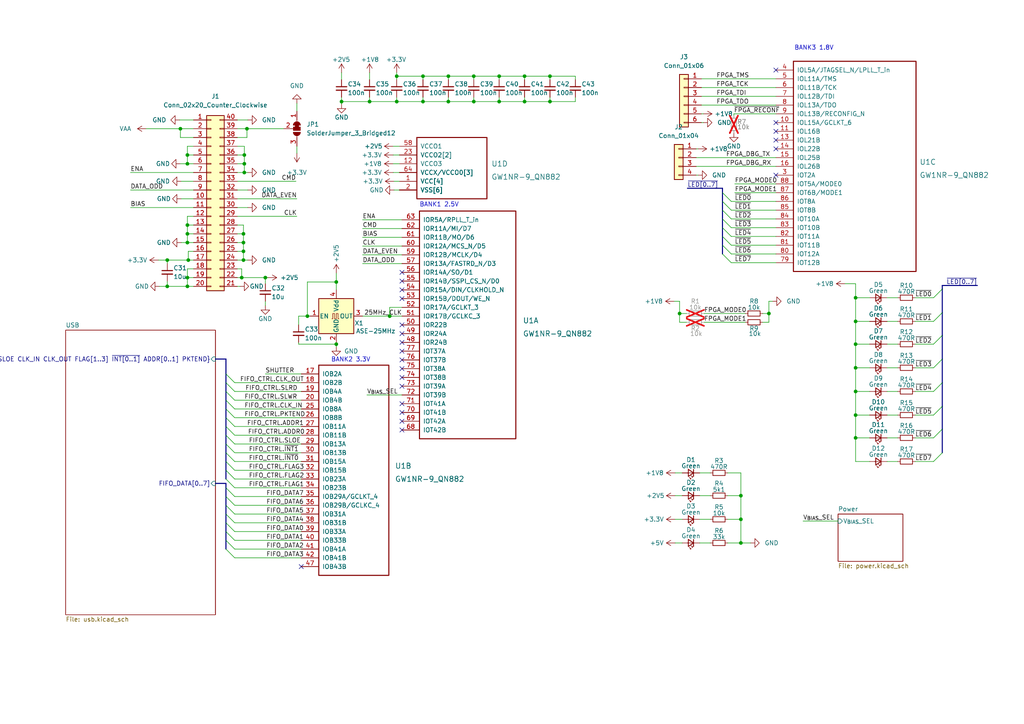
<source format=kicad_sch>
(kicad_sch (version 20230121) (generator eeschema)
  (paper "A4")
  (junction (at 248.158 127))
  (junction (at 115.062 22.098))
  (junction (at 248.158 120.396))
  (junction (at 54.356 65.278))
  (junction (at 70.612 72.898))
  (junction (at 99.06 29.464))
  (junction (at 214.884 150.622))
  (junction (at 70.612 67.818))
  (junction (at 54.61 75.438))
  (junction (at 248.158 86.36))
  (junction (at 70.612 70.358))
  (junction (at 122.682 29.464))
  (junction (at 52.324 37.338))
  (junction (at 54.356 44.958))
  (junction (at 70.612 75.438))
  (junction (at 130.048 22.098))
  (junction (at 248.158 93.218))
  (junction (at 113.03 91.694))
  (junction (at 248.158 99.822))
  (junction (at 214.884 157.48))
  (junction (at 152.146 29.464))
  (junction (at 54.356 80.518))
  (junction (at 70.866 44.958))
  (junction (at 54.356 83.058))
  (junction (at 137.414 22.098))
  (junction (at 159.512 29.464))
  (junction (at 223.012 90.932))
  (junction (at 107.188 29.464))
  (junction (at 54.356 70.358))
  (junction (at 54.356 67.818))
  (junction (at 144.78 22.098))
  (junction (at 115.062 29.464))
  (junction (at 122.682 22.098))
  (junction (at 70.104 80.518))
  (junction (at 54.356 47.498))
  (junction (at 137.414 29.464))
  (junction (at 248.158 106.68))
  (junction (at 89.154 91.694))
  (junction (at 144.78 29.464))
  (junction (at 248.158 113.538))
  (junction (at 214.884 143.764))
  (junction (at 70.866 50.038))
  (junction (at 71.628 37.338))
  (junction (at 70.866 47.498))
  (junction (at 97.536 81.788))
  (junction (at 48.514 83.058))
  (junction (at 152.146 22.098))
  (junction (at 48.514 75.438))
  (junction (at 76.962 80.518))
  (junction (at 159.512 22.098))
  (junction (at 197.104 90.932))
  (junction (at 130.048 29.464))
  (junction (at 97.536 99.822))
  (no_connect (at 116.586 122.174))
  (no_connect (at 116.586 106.934))
  (no_connect (at 116.586 94.234))
  (no_connect (at 116.586 117.094))
  (no_connect (at 225.044 38.1))
  (no_connect (at 116.586 84.074))
  (no_connect (at 116.586 104.394))
  (no_connect (at 116.586 81.534))
  (no_connect (at 116.586 96.774))
  (no_connect (at 116.586 109.474))
  (no_connect (at 116.586 119.634))
  (no_connect (at 225.044 35.56))
  (no_connect (at 116.586 101.854))
  (no_connect (at 116.586 124.714))
  (no_connect (at 116.586 86.614))
  (no_connect (at 116.586 99.314))
  (no_connect (at 87.376 164.338))
  (no_connect (at 225.044 50.8))
  (no_connect (at 225.044 40.64))
  (no_connect (at 116.586 112.014))
  (no_connect (at 225.044 20.32))
  (no_connect (at 225.044 43.18))
  (no_connect (at 116.586 78.994))
  (bus_entry (at 273.304 97.282) (size -2.54 2.54))
  (bus_entry (at 65.532 156.718) (size 2.54 2.54))
  (bus_entry (at 273.304 104.14) (size -2.54 2.54))
  (bus_entry (at 209.55 68.58) (size 2.54 2.54))
  (bus_entry (at 273.304 124.46) (size -2.54 2.54))
  (bus_entry (at 65.532 159.258) (size 2.54 2.54))
  (bus_entry (at 209.55 71.12) (size 2.54 2.54))
  (bus_entry (at 65.532 123.698) (size 2.54 2.54))
  (bus_entry (at 65.532 116.078) (size 2.54 2.54))
  (bus_entry (at 65.532 128.778) (size 2.54 2.54))
  (bus_entry (at 273.304 131.318) (size -2.54 2.54))
  (bus_entry (at 273.304 110.998) (size -2.54 2.54))
  (bus_entry (at 65.532 118.618) (size 2.54 2.54))
  (bus_entry (at 209.55 58.42) (size 2.54 2.54))
  (bus_entry (at 65.532 133.858) (size 2.54 2.54))
  (bus_entry (at 65.532 113.538) (size 2.54 2.54))
  (bus_entry (at 65.532 136.398) (size 2.54 2.54))
  (bus_entry (at 65.532 154.178) (size 2.54 2.54))
  (bus_entry (at 209.55 73.66) (size 2.54 2.54))
  (bus_entry (at 65.532 121.158) (size 2.54 2.54))
  (bus_entry (at 65.532 126.238) (size 2.54 2.54))
  (bus_entry (at 65.532 141.478) (size 2.54 2.54))
  (bus_entry (at 273.304 83.82) (size -2.54 2.54))
  (bus_entry (at 65.532 108.458) (size 2.54 2.54))
  (bus_entry (at 65.532 131.318) (size 2.54 2.54))
  (bus_entry (at 65.532 138.938) (size 2.54 2.54))
  (bus_entry (at 209.55 55.88) (size 2.54 2.54))
  (bus_entry (at 65.532 149.098) (size 2.54 2.54))
  (bus_entry (at 65.532 146.558) (size 2.54 2.54))
  (bus_entry (at 209.55 63.5) (size 2.54 2.54))
  (bus_entry (at 273.304 117.856) (size -2.54 2.54))
  (bus_entry (at 65.532 144.018) (size 2.54 2.54))
  (bus_entry (at 273.304 90.678) (size -2.54 2.54))
  (bus_entry (at 65.532 151.638) (size 2.54 2.54))
  (bus_entry (at 209.55 60.96) (size 2.54 2.54))
  (bus_entry (at 209.55 66.04) (size 2.54 2.54))
  (bus_entry (at 65.532 110.998) (size 2.54 2.54))
  (wire (pts (xy 248.158 106.68) (xy 248.158 113.538)))
  (wire (pts (xy 144.78 22.098) (xy 152.146 22.098)))
  (wire (pts (xy 68.072 161.798) (xy 87.376 161.798)))
  (wire (pts (xy 211.074 137.16) (xy 214.884 137.16)))
  (wire (pts (xy 204.216 90.932) (xy 216.154 90.932)))
  (wire (pts (xy 68.072 138.938) (xy 87.376 138.938)))
  (wire (pts (xy 248.158 106.68) (xy 252.222 106.68)))
  (wire (pts (xy 105.156 71.374) (xy 116.586 71.374)))
  (wire (pts (xy 114.3 55.118) (xy 115.824 55.118)))
  (wire (pts (xy 68.834 34.798) (xy 71.882 34.798)))
  (wire (pts (xy 248.158 86.36) (xy 248.158 93.218)))
  (wire (pts (xy 68.834 57.658) (xy 86.106 57.658)))
  (wire (pts (xy 257.302 113.538) (xy 260.35 113.538)))
  (bus (pts (xy 65.532 104.14) (xy 65.532 108.458)))
  (wire (pts (xy 105.156 73.914) (xy 116.586 73.914)))
  (wire (pts (xy 265.43 127) (xy 270.764 127)))
  (wire (pts (xy 70.866 42.418) (xy 70.866 44.958)))
  (wire (pts (xy 144.78 29.464) (xy 152.146 29.464)))
  (wire (pts (xy 265.43 133.858) (xy 270.764 133.858)))
  (wire (pts (xy 54.356 70.358) (xy 56.134 70.358)))
  (wire (pts (xy 54.61 75.438) (xy 56.134 75.438)))
  (wire (pts (xy 105.156 68.834) (xy 116.586 68.834)))
  (wire (pts (xy 152.146 22.098) (xy 152.146 23.114)))
  (wire (pts (xy 248.158 127) (xy 252.222 127)))
  (wire (pts (xy 152.146 29.464) (xy 159.512 29.464)))
  (wire (pts (xy 68.834 39.878) (xy 71.628 39.878)))
  (wire (pts (xy 37.846 50.038) (xy 56.134 50.038)))
  (wire (pts (xy 257.302 93.218) (xy 260.35 93.218)))
  (bus (pts (xy 209.55 66.04) (xy 209.55 68.58)))
  (wire (pts (xy 71.628 37.338) (xy 82.296 37.338)))
  (bus (pts (xy 65.532 126.238) (xy 65.532 128.778)))
  (wire (pts (xy 248.158 113.538) (xy 248.158 120.396)))
  (wire (pts (xy 89.154 91.694) (xy 89.916 91.694)))
  (wire (pts (xy 195.834 137.16) (xy 197.866 137.16)))
  (wire (pts (xy 70.866 44.958) (xy 70.866 47.498)))
  (bus (pts (xy 65.532 113.538) (xy 65.532 116.078)))
  (wire (pts (xy 68.072 159.258) (xy 87.376 159.258)))
  (wire (pts (xy 54.356 44.958) (xy 56.134 44.958)))
  (wire (pts (xy 89.154 91.694) (xy 86.614 91.694)))
  (wire (pts (xy 68.834 75.438) (xy 70.612 75.438)))
  (wire (pts (xy 212.852 33.02) (xy 225.044 33.02)))
  (wire (pts (xy 195.834 150.622) (xy 197.866 150.622)))
  (wire (pts (xy 68.834 67.818) (xy 70.612 67.818)))
  (wire (pts (xy 68.072 110.998) (xy 87.376 110.998)))
  (bus (pts (xy 209.55 54.61) (xy 199.39 54.61)))
  (wire (pts (xy 113.03 89.154) (xy 113.03 91.694)))
  (wire (pts (xy 214.884 137.16) (xy 214.884 143.764)))
  (wire (pts (xy 68.072 113.538) (xy 87.376 113.538)))
  (wire (pts (xy 97.536 99.822) (xy 97.536 100.584)))
  (wire (pts (xy 107.188 21.082) (xy 107.188 23.114)))
  (wire (pts (xy 248.158 120.396) (xy 248.158 127)))
  (wire (pts (xy 71.628 37.338) (xy 68.834 37.338)))
  (wire (pts (xy 99.06 29.464) (xy 99.06 30.226)))
  (wire (pts (xy 37.846 55.118) (xy 56.134 55.118)))
  (wire (pts (xy 213.106 55.88) (xy 225.044 55.88)))
  (wire (pts (xy 130.048 22.098) (xy 137.414 22.098)))
  (bus (pts (xy 62.484 140.208) (xy 65.532 140.208)))
  (wire (pts (xy 203.454 22.86) (xy 225.044 22.86)))
  (wire (pts (xy 37.846 60.198) (xy 56.134 60.198)))
  (wire (pts (xy 68.834 62.738) (xy 86.106 62.738)))
  (wire (pts (xy 212.852 33.02) (xy 212.852 33.528)))
  (wire (pts (xy 137.414 29.464) (xy 144.78 29.464)))
  (bus (pts (xy 65.532 131.318) (xy 65.532 133.858)))
  (wire (pts (xy 70.104 80.518) (xy 76.962 80.518)))
  (wire (pts (xy 115.062 28.194) (xy 115.062 29.464)))
  (wire (pts (xy 114.046 44.958) (xy 115.824 44.958)))
  (wire (pts (xy 212.09 60.96) (xy 225.044 60.96)))
  (wire (pts (xy 70.612 72.898) (xy 70.612 75.438)))
  (wire (pts (xy 54.61 72.898) (xy 54.61 75.438)))
  (wire (pts (xy 137.414 22.098) (xy 137.414 23.114)))
  (wire (pts (xy 52.324 47.498) (xy 54.356 47.498)))
  (wire (pts (xy 97.536 99.314) (xy 97.536 99.822)))
  (wire (pts (xy 248.158 120.396) (xy 252.222 120.396)))
  (wire (pts (xy 68.072 118.618) (xy 87.376 118.618)))
  (wire (pts (xy 202.946 150.622) (xy 205.994 150.622)))
  (wire (pts (xy 204.216 93.472) (xy 216.154 93.472)))
  (bus (pts (xy 273.304 97.282) (xy 273.304 104.14)))
  (wire (pts (xy 265.43 113.538) (xy 270.764 113.538)))
  (wire (pts (xy 248.158 93.218) (xy 248.158 99.822)))
  (wire (pts (xy 202.946 143.764) (xy 205.994 143.764)))
  (bus (pts (xy 273.304 82.804) (xy 283.464 82.804)))
  (wire (pts (xy 166.878 28.194) (xy 166.878 29.464)))
  (bus (pts (xy 65.532 121.158) (xy 65.532 123.698)))
  (wire (pts (xy 257.302 133.858) (xy 260.35 133.858)))
  (wire (pts (xy 137.414 28.194) (xy 137.414 29.464)))
  (wire (pts (xy 70.612 65.278) (xy 70.612 67.818)))
  (wire (pts (xy 214.884 150.622) (xy 214.884 157.48)))
  (wire (pts (xy 68.072 133.858) (xy 87.376 133.858)))
  (wire (pts (xy 197.104 93.472) (xy 197.104 90.932)))
  (wire (pts (xy 115.062 22.098) (xy 122.682 22.098)))
  (wire (pts (xy 76.962 80.518) (xy 77.724 80.518)))
  (wire (pts (xy 223.012 87.376) (xy 224.028 87.376)))
  (wire (pts (xy 211.074 150.622) (xy 214.884 150.622)))
  (bus (pts (xy 65.532 154.178) (xy 65.532 156.718)))
  (wire (pts (xy 115.062 29.464) (xy 122.682 29.464)))
  (wire (pts (xy 248.158 133.858) (xy 252.222 133.858)))
  (bus (pts (xy 65.532 133.858) (xy 65.532 136.398)))
  (wire (pts (xy 68.072 151.638) (xy 87.376 151.638)))
  (wire (pts (xy 54.356 62.738) (xy 56.134 62.738)))
  (wire (pts (xy 114.046 42.418) (xy 115.824 42.418)))
  (wire (pts (xy 105.156 76.454) (xy 116.586 76.454)))
  (wire (pts (xy 68.834 65.278) (xy 70.612 65.278)))
  (wire (pts (xy 68.834 72.898) (xy 70.612 72.898)))
  (wire (pts (xy 56.134 42.418) (xy 54.356 42.418)))
  (bus (pts (xy 273.304 124.46) (xy 273.304 131.318)))
  (bus (pts (xy 273.304 83.82) (xy 273.304 90.678)))
  (wire (pts (xy 113.03 91.694) (xy 116.586 91.694)))
  (bus (pts (xy 65.532 136.398) (xy 65.532 138.938)))
  (wire (pts (xy 115.062 22.098) (xy 115.062 23.114)))
  (wire (pts (xy 248.158 99.822) (xy 252.222 99.822)))
  (wire (pts (xy 48.514 75.438) (xy 54.61 75.438)))
  (wire (pts (xy 203.454 25.4) (xy 225.044 25.4)))
  (wire (pts (xy 68.834 47.498) (xy 70.866 47.498)))
  (wire (pts (xy 122.682 29.464) (xy 130.048 29.464)))
  (wire (pts (xy 223.012 93.472) (xy 223.012 90.932)))
  (bus (pts (xy 65.532 156.718) (xy 65.532 159.258)))
  (wire (pts (xy 159.512 22.098) (xy 159.512 23.114)))
  (wire (pts (xy 52.324 37.338) (xy 56.134 37.338)))
  (bus (pts (xy 65.532 146.558) (xy 65.532 149.098)))
  (wire (pts (xy 195.834 143.764) (xy 197.866 143.764)))
  (bus (pts (xy 209.55 58.42) (xy 209.55 60.96)))
  (bus (pts (xy 62.484 104.14) (xy 65.532 104.14)))
  (wire (pts (xy 68.834 55.118) (xy 71.882 55.118)))
  (wire (pts (xy 99.06 29.464) (xy 107.188 29.464)))
  (wire (pts (xy 211.074 143.764) (xy 214.884 143.764)))
  (wire (pts (xy 54.356 65.278) (xy 56.134 65.278)))
  (wire (pts (xy 70.866 50.038) (xy 71.882 50.038)))
  (wire (pts (xy 221.234 90.932) (xy 223.012 90.932)))
  (wire (pts (xy 42.418 37.338) (xy 52.324 37.338)))
  (wire (pts (xy 105.156 91.694) (xy 113.03 91.694)))
  (wire (pts (xy 68.072 141.478) (xy 87.376 141.478)))
  (wire (pts (xy 248.158 82.296) (xy 248.158 86.36)))
  (bus (pts (xy 209.55 55.88) (xy 209.55 58.42)))
  (wire (pts (xy 107.188 28.194) (xy 107.188 29.464)))
  (bus (pts (xy 65.532 118.618) (xy 65.532 121.158)))
  (bus (pts (xy 65.532 110.998) (xy 65.532 113.538)))
  (wire (pts (xy 114.046 47.498) (xy 115.824 47.498)))
  (wire (pts (xy 265.43 99.822) (xy 270.764 99.822)))
  (wire (pts (xy 214.884 143.764) (xy 214.884 150.622)))
  (wire (pts (xy 265.43 120.396) (xy 270.764 120.396)))
  (wire (pts (xy 265.43 93.218) (xy 270.764 93.218)))
  (bus (pts (xy 65.532 140.208) (xy 65.532 141.478)))
  (wire (pts (xy 116.586 89.154) (xy 113.03 89.154)))
  (wire (pts (xy 257.302 106.68) (xy 260.35 106.68)))
  (bus (pts (xy 65.532 141.478) (xy 65.532 144.018)))
  (wire (pts (xy 71.628 39.878) (xy 71.628 37.338)))
  (wire (pts (xy 68.072 146.558) (xy 87.376 146.558)))
  (bus (pts (xy 209.55 63.5) (xy 209.55 66.04)))
  (wire (pts (xy 106.426 114.554) (xy 116.586 114.554)))
  (wire (pts (xy 54.356 44.958) (xy 54.356 47.498)))
  (wire (pts (xy 213.106 53.34) (xy 225.044 53.34)))
  (wire (pts (xy 212.09 71.12) (xy 225.044 71.12)))
  (wire (pts (xy 46.228 83.058) (xy 48.514 83.058)))
  (wire (pts (xy 197.104 90.932) (xy 197.104 87.376)))
  (wire (pts (xy 68.834 60.198) (xy 71.882 60.198)))
  (wire (pts (xy 265.43 86.36) (xy 270.764 86.36)))
  (wire (pts (xy 212.09 76.2) (xy 225.044 76.2)))
  (wire (pts (xy 159.512 22.098) (xy 166.878 22.098)))
  (bus (pts (xy 273.304 110.998) (xy 273.304 117.856)))
  (wire (pts (xy 212.09 68.58) (xy 225.044 68.58)))
  (wire (pts (xy 248.158 86.36) (xy 252.222 86.36)))
  (bus (pts (xy 209.55 54.61) (xy 209.55 55.88)))
  (wire (pts (xy 203.454 35.56) (xy 203.962 35.56)))
  (wire (pts (xy 152.146 28.194) (xy 152.146 29.464)))
  (wire (pts (xy 197.104 90.932) (xy 199.136 90.932)))
  (wire (pts (xy 54.356 67.818) (xy 54.356 70.358)))
  (wire (pts (xy 248.158 93.218) (xy 252.222 93.218)))
  (bus (pts (xy 65.532 149.098) (xy 65.532 151.638)))
  (wire (pts (xy 201.93 48.26) (xy 225.044 48.26)))
  (wire (pts (xy 257.302 120.396) (xy 260.35 120.396)))
  (wire (pts (xy 221.234 93.472) (xy 223.012 93.472)))
  (wire (pts (xy 86.614 99.822) (xy 86.614 99.314)))
  (wire (pts (xy 68.834 52.578) (xy 85.852 52.578)))
  (wire (pts (xy 68.072 136.398) (xy 87.376 136.398)))
  (bus (pts (xy 209.55 68.58) (xy 209.55 71.12)))
  (wire (pts (xy 54.356 83.058) (xy 56.134 83.058)))
  (bus (pts (xy 209.55 71.12) (xy 209.55 73.66)))
  (bus (pts (xy 209.55 60.96) (xy 209.55 63.5)))
  (wire (pts (xy 201.93 50.8) (xy 202.438 50.8)))
  (wire (pts (xy 115.062 21.082) (xy 115.062 22.098)))
  (wire (pts (xy 54.356 65.278) (xy 54.356 67.818)))
  (bus (pts (xy 65.532 144.018) (xy 65.532 146.558)))
  (wire (pts (xy 107.188 29.464) (xy 115.062 29.464)))
  (wire (pts (xy 214.884 157.48) (xy 217.678 157.48)))
  (wire (pts (xy 68.834 42.418) (xy 70.866 42.418)))
  (wire (pts (xy 76.962 80.518) (xy 76.962 82.296)))
  (wire (pts (xy 56.134 39.878) (xy 52.324 39.878)))
  (wire (pts (xy 159.512 28.194) (xy 159.512 29.464)))
  (bus (pts (xy 273.304 82.804) (xy 273.304 83.82)))
  (wire (pts (xy 68.072 144.018) (xy 87.376 144.018)))
  (wire (pts (xy 122.682 22.098) (xy 122.682 23.114)))
  (bus (pts (xy 273.304 104.14) (xy 273.304 110.998)))
  (wire (pts (xy 86.614 91.694) (xy 86.614 94.234)))
  (wire (pts (xy 86.106 29.972) (xy 86.106 32.258)))
  (wire (pts (xy 99.06 28.194) (xy 99.06 29.464)))
  (wire (pts (xy 202.946 157.48) (xy 205.994 157.48)))
  (wire (pts (xy 97.536 79.248) (xy 97.536 81.788)))
  (wire (pts (xy 232.918 151.13) (xy 243.078 151.13)))
  (wire (pts (xy 201.93 43.18) (xy 202.438 43.18)))
  (wire (pts (xy 52.578 52.578) (xy 56.134 52.578)))
  (wire (pts (xy 97.536 99.822) (xy 86.614 99.822)))
  (wire (pts (xy 197.104 87.376) (xy 195.58 87.376)))
  (wire (pts (xy 202.946 137.16) (xy 205.994 137.16)))
  (wire (pts (xy 48.514 81.534) (xy 48.514 83.058)))
  (wire (pts (xy 48.514 75.438) (xy 48.514 76.454)))
  (wire (pts (xy 68.834 83.058) (xy 69.596 83.058)))
  (wire (pts (xy 199.136 93.472) (xy 197.104 93.472)))
  (bus (pts (xy 65.532 128.778) (xy 65.532 131.318)))
  (wire (pts (xy 105.156 63.754) (xy 116.586 63.754)))
  (wire (pts (xy 203.454 27.94) (xy 225.044 27.94)))
  (wire (pts (xy 54.356 77.978) (xy 54.356 80.518)))
  (wire (pts (xy 70.612 70.358) (xy 70.612 72.898)))
  (bus (pts (xy 65.532 123.698) (xy 65.532 126.238)))
  (wire (pts (xy 54.356 67.818) (xy 56.134 67.818)))
  (wire (pts (xy 68.072 156.718) (xy 87.376 156.718)))
  (wire (pts (xy 137.414 22.098) (xy 144.78 22.098)))
  (wire (pts (xy 257.302 86.36) (xy 260.35 86.36)))
  (wire (pts (xy 212.09 73.66) (xy 225.044 73.66)))
  (wire (pts (xy 203.454 30.48) (xy 225.044 30.48)))
  (wire (pts (xy 68.834 70.358) (xy 70.612 70.358)))
  (wire (pts (xy 52.578 57.658) (xy 56.134 57.658)))
  (wire (pts (xy 52.578 70.358) (xy 54.356 70.358)))
  (wire (pts (xy 48.514 83.058) (xy 54.356 83.058)))
  (bus (pts (xy 65.532 116.078) (xy 65.532 118.618)))
  (wire (pts (xy 105.156 66.294) (xy 116.586 66.294)))
  (wire (pts (xy 68.072 116.078) (xy 87.376 116.078)))
  (wire (pts (xy 144.78 28.194) (xy 144.78 29.464)))
  (wire (pts (xy 166.878 22.098) (xy 166.878 23.114)))
  (wire (pts (xy 54.356 80.518) (xy 56.134 80.518)))
  (wire (pts (xy 152.146 22.098) (xy 159.512 22.098)))
  (wire (pts (xy 54.356 62.738) (xy 54.356 65.278)))
  (wire (pts (xy 248.158 127) (xy 248.158 133.858)))
  (wire (pts (xy 45.974 75.438) (xy 48.514 75.438)))
  (bus (pts (xy 273.304 117.856) (xy 273.304 124.46)))
  (wire (pts (xy 211.074 157.48) (xy 214.884 157.48)))
  (wire (pts (xy 68.834 44.958) (xy 70.866 44.958)))
  (wire (pts (xy 70.612 67.818) (xy 70.612 70.358)))
  (wire (pts (xy 68.072 123.698) (xy 87.376 123.698)))
  (wire (pts (xy 54.356 47.498) (xy 56.134 47.498)))
  (bus (pts (xy 65.532 151.638) (xy 65.532 154.178)))
  (bus (pts (xy 273.304 90.678) (xy 273.304 97.282)))
  (wire (pts (xy 68.834 77.978) (xy 70.104 77.978)))
  (wire (pts (xy 70.104 77.978) (xy 70.104 80.518)))
  (wire (pts (xy 68.834 50.038) (xy 70.866 50.038)))
  (wire (pts (xy 68.072 121.158) (xy 87.376 121.158)))
  (wire (pts (xy 257.302 99.822) (xy 260.35 99.822)))
  (wire (pts (xy 212.09 63.5) (xy 225.044 63.5)))
  (wire (pts (xy 212.09 66.04) (xy 225.044 66.04)))
  (wire (pts (xy 203.454 33.02) (xy 203.962 33.02)))
  (wire (pts (xy 122.682 22.098) (xy 130.048 22.098)))
  (wire (pts (xy 68.072 131.318) (xy 87.376 131.318)))
  (wire (pts (xy 97.536 81.788) (xy 89.154 81.788)))
  (wire (pts (xy 212.09 58.42) (xy 225.044 58.42)))
  (wire (pts (xy 144.78 22.098) (xy 144.78 23.114)))
  (wire (pts (xy 89.154 81.788) (xy 89.154 91.694)))
  (wire (pts (xy 68.072 126.238) (xy 87.376 126.238)))
  (wire (pts (xy 159.512 29.464) (xy 166.878 29.464)))
  (wire (pts (xy 56.134 72.898) (xy 54.61 72.898)))
  (wire (pts (xy 56.134 77.978) (xy 54.356 77.978)))
  (wire (pts (xy 70.612 75.438) (xy 71.882 75.438)))
  (wire (pts (xy 130.048 22.098) (xy 130.048 23.114)))
  (wire (pts (xy 54.356 80.518) (xy 54.356 83.058)))
  (wire (pts (xy 130.048 28.194) (xy 130.048 29.464)))
  (wire (pts (xy 76.962 108.458) (xy 87.376 108.458)))
  (wire (pts (xy 248.158 99.822) (xy 248.158 106.68)))
  (wire (pts (xy 248.158 113.538) (xy 252.222 113.538)))
  (wire (pts (xy 99.06 21.082) (xy 99.06 23.114)))
  (wire (pts (xy 130.048 29.464) (xy 137.414 29.464)))
  (wire (pts (xy 70.866 47.498) (xy 70.866 50.038)))
  (wire (pts (xy 97.536 81.788) (xy 97.536 84.074)))
  (wire (pts (xy 245.11 82.296) (xy 248.158 82.296)))
  (wire (pts (xy 86.106 42.418) (xy 86.106 44.45)))
  (wire (pts (xy 70.104 80.518) (xy 68.834 80.518)))
  (wire (pts (xy 265.43 106.68) (xy 270.764 106.68)))
  (wire (pts (xy 52.324 39.878) (xy 52.324 37.338)))
  (wire (pts (xy 114.3 52.578) (xy 115.824 52.578)))
  (wire (pts (xy 122.682 28.194) (xy 122.682 29.464)))
  (wire (pts (xy 114.046 50.038) (xy 115.824 50.038)))
  (bus (pts (xy 65.532 108.458) (xy 65.532 110.998)))
  (wire (pts (xy 76.962 87.376) (xy 76.962 88.646)))
  (wire (pts (xy 54.356 42.418) (xy 54.356 44.958)))
  (wire (pts (xy 195.834 157.48) (xy 197.866 157.48)))
  (wire (pts (xy 68.072 128.778) (xy 87.376 128.778)))
  (wire (pts (xy 68.072 154.178) (xy 87.376 154.178)))
  (wire (pts (xy 257.302 127) (xy 260.35 127)))
  (wire (pts (xy 223.012 90.932) (xy 223.012 87.376)))
  (wire (pts (xy 201.93 45.72) (xy 225.044 45.72)))
  (wire (pts (xy 52.07 34.798) (xy 56.134 34.798)))
  (wire (pts (xy 68.072 149.098) (xy 87.376 149.098)))
  (text "BANK3 1.8V" (at 230.378 14.732 0) (effects (font (size 1.27 1.27)) (justify left bottom)))
  (text "BANK1 2.5V\n" (at 121.666 60.198 0) (effects (font (size 1.27 1.27)) (justify left bottom)))
  (text "BANK2 3.3V" (at 96.012 105.156 0) (effects (font (size 1.27 1.27)) (justify left bottom)))
  (label "~{LED5}" (at 217.932 71.12 180))
  (label "FIFO_CTRL.CLK_IN" (at 70.866 118.618 0))
  (label "~{LED0}" (at 265.43 86.36 0))
  (label "FIFO_CTRL.PKTEND" (at 70.866 121.158 0))
  (label "FIFO_CTRL.SLWR" (at 70.866 116.078 0))
  (label "V_{BIAS}_SEL" (at 232.918 151.13 0))
  (label "~{LED2}" (at 217.932 63.5 180))
  (label "FIFO_DATA3" (at 77.216 161.798 0))
  (label "DATA_ODD" (at 37.846 55.118 0))
  (label "FIFO_CTRL.CLK_OUT" (at 69.596 110.998 0))
  (label "FPGA_DBG_TX" (at 210.566 45.72 0))
  (label "FIFO_CTRL.~{INT1}" (at 72.136 131.318 0))
  (label "BIAS" (at 37.846 60.198 0))
  (label "FPGA_TMS" (at 207.772 22.86 0))
  (label "BIAS" (at 105.156 68.834 0))
  (label "~{LED[0..7]}" (at 199.39 54.61 0))
  (label "FIFO_DATA1" (at 77.216 156.718 0))
  (label "FPGA_MODE0" (at 204.216 90.932 0))
  (label "~{LED[0..7]}" (at 283.464 82.804 180))
  (label "DATA_EVEN" (at 105.156 73.914 0))
  (label "~{LED4}" (at 217.932 68.58 180))
  (label "25MHz_CLK" (at 116.586 91.694 180))
  (label "~{LED6}" (at 217.932 73.66 180))
  (label "FIFO_CTRL.FLAG3" (at 72.136 136.398 0))
  (label "~{LED2}" (at 265.43 99.822 0))
  (label "DATA_EVEN" (at 86.106 57.658 180))
  (label "FIFO_CTRL.SLOE" (at 72.136 128.778 0))
  (label "~{LED1}" (at 217.932 60.96 180))
  (label "~{LED3}" (at 265.43 106.68 0))
  (label "FIFO_CTRL.~{INT0}" (at 72.136 133.858 0))
  (label "DATA_ODD" (at 105.156 76.454 0))
  (label "FPGA_MODE0" (at 213.106 53.34 0))
  (label "~{FPGA_RECONF}" (at 212.852 33.02 0))
  (label "FPGA_TDO" (at 207.772 30.48 0))
  (label "FPGA_MODE1" (at 213.106 55.88 0))
  (label "~{LED6}" (at 265.43 127 0))
  (label "FIFO_CTRL.ADDR0" (at 71.882 126.238 0))
  (label "FIFO_CTRL.ADDR1" (at 71.628 123.698 0))
  (label "CLK" (at 86.106 62.738 180))
  (label "FIFO_DATA5" (at 77.216 149.098 0))
  (label "~{LED4}" (at 265.43 113.538 0))
  (label "FIFO_DATA0" (at 77.216 154.178 0))
  (label "ENA" (at 37.846 50.038 0))
  (label "CLK" (at 105.156 71.374 0))
  (label "FIFO_CTRL.SLRD" (at 71.12 113.538 0))
  (label "~{LED7}" (at 265.43 133.858 0))
  (label "~{LED3}" (at 217.932 66.04 180))
  (label "FIFO_DATA2" (at 77.216 159.258 0))
  (label "~{LED0}" (at 217.932 58.42 180))
  (label "FPGA_DBG_RX" (at 210.566 48.26 0))
  (label "CMD" (at 85.852 52.578 180))
  (label "FIFO_DATA4" (at 77.216 151.638 0))
  (label "~{LED7}" (at 217.932 76.2 180))
  (label "~{LED1}" (at 265.43 93.218 0))
  (label "FPGA_TDI" (at 207.772 27.94 0))
  (label "V_{BIAS}_SEL" (at 106.426 114.554 0))
  (label "FIFO_DATA6" (at 77.216 146.558 0))
  (label "FPGA_MODE1" (at 204.216 93.472 0))
  (label "SHUTTER" (at 76.962 108.458 0))
  (label "FIFO_DATA7" (at 77.216 144.018 0))
  (label "ENA" (at 105.156 63.754 0))
  (label "FIFO_CTRL.FLAG1" (at 72.136 141.478 0))
  (label "~{LED5}" (at 265.43 120.396 0))
  (label "FPGA_TCK" (at 207.772 25.4 0))
  (label "CMD" (at 105.156 66.294 0))
  (label "FIFO_CTRL.FLAG2" (at 72.136 138.938 0))
  (symbol (lib_id "power:GND") (at 114.3 55.118 270) (unit 1)
    (property "Reference" "#PWR025" (effects hide))
    (property "Value" "GND" (at 107.188 55.118 90) (effects (justify left)))
  )
  (symbol (lib_id "power:VAA") (at 42.418 37.338 90) (unit 1)
    (property "Reference" "#PWR01" (effects hide))
    (property "Value" "VAA" (at 38.1 37.3379 90) (effects (justify left)))
  )
  (symbol (lib_id "power:GND") (at 71.882 75.438 90) (unit 1)
    (property "Reference" "#PWR013" (effects hide))
    (property "Value" "GND" (at 75.946 75.4379 90) (effects (justify right)))
  )
  (symbol (lib_id "power:GND") (at 46.228 83.058 270) (unit 1)
    (property "Reference" "#PWR08" (effects hide))
    (property "Value" "GND" (at 39.116 83.058 90) (effects (justify left)))
  )
  (symbol (lib_id "Device:LED_Small") (at 200.406 157.48 180) (unit 1)
    (property "Reference" "D4" (at 200.406 153.67 0))
    (property "Value" "Green" (at 200.406 155.448 0))
    (property "Footprint" "LED_SMD:LED_0402_1005Metric" (effects hide))
  )
  (symbol (lib_id "power:GND") (at 224.028 87.376 90) (unit 1)
    (property "Reference" "#PWR037" (effects hide))
    (property "Value" "GND" (at 228.092 87.3759 90) (effects (justify right)))
  )
  (symbol (lib_id "Device:C_Small") (at 130.048 25.654 0) (unit 1)
    (property "Reference" "C38" (at 131.826 24.384 0) (effects (justify left)))
    (property "Value" "100n" (at 131.826 26.924 0) (effects (justify left)))
    (property "Footprint" "Capacitor_SMD:C_0402_1005Metric" (effects hide))
  )
  (symbol (lib_id "power:GND") (at 212.852 38.608 0) (unit 1)
    (property "Reference" "#PWR035" (effects hide))
    (property "Value" "GND" (at 210.82 42.418 0) (effects (justify left)))
  )
  (symbol (lib_id "Device:R_Small") (at 262.89 127 90) (unit 1)
    (property "Reference" "R16" (at 262.89 123.444 90))
    (property "Value" "470R" (at 262.89 125.222 90))
    (property "Footprint" "Resistor_SMD:R_0402_1005Metric" (effects hide))
  )
  (symbol (lib_id "power:+2V5") (at 195.834 143.764 90) (unit 1)
    (property "Reference" "#PWR028" (effects hide))
    (property "Value" "+2V5" (at 187.452 143.764 90) (effects (justify right)))
  )
  (symbol (lib_id "power:GND") (at 71.882 55.118 90) (unit 1)
    (property "Reference" "#PWR011" (effects hide))
    (property "Value" "GND" (at 75.946 55.1179 90) (effects (justify right)))
  )
  (symbol (lib_id "Connector_Generic:Conn_01x06") (at 198.374 27.94 0) (mirror y) (unit 1)
    (property "Reference" "J3" (at 198.374 16.51 0))
    (property "Value" "Conn_01x06" (at 198.374 19.05 0))
    (property "Footprint" "Connector_PinHeader_2.54mm:PinHeader_1x06_P2.54mm_Vertical" (effects hide))
  )
  (symbol (lib_id "power:+2V5") (at 77.724 80.518 270) (unit 1)
    (property "Reference" "#PWR015" (effects hide))
    (property "Value" "+2V5" (at 81.28 80.5179 90) (effects (justify left)))
  )
  (symbol (lib_id "power:GND") (at 52.324 47.498 270) (unit 1)
    (property "Reference" "#PWR04" (effects hide))
    (property "Value" "GND" (at 45.212 47.498 90) (effects (justify left)))
  )
  (symbol (lib_id "Device:R_Small") (at 218.694 90.932 90) (unit 1)
    (property "Reference" "R8" (at 218.694 87.376 90))
    (property "Value" "10k" (at 218.694 89.154 90))
    (property "Footprint" "Resistor_SMD:R_0402_1005Metric" (effects hide))
  )
  (symbol (lib_id "Device:C_Small") (at 166.878 25.654 0) (unit 1)
    (property "Reference" "C43" (at 168.656 24.384 0) (effects (justify left)))
    (property "Value" "100n" (at 168.656 26.924 0) (effects (justify left)))
    (property "Footprint" "Capacitor_SMD:C_0402_1005Metric" (effects hide))
  )
  (symbol (lib_id "power:+3.3V") (at 86.106 44.45 180) (unit 1)
    (property "Reference" "#PWR017" (effects hide))
    (property "Value" "+3.3V" (at 86.106 50.038 0))
  )
  (symbol (lib_id "gowin_fpga:GW1NR-9_QN882") (at 225.044 20.32 0) (unit 3)
    (property "Reference" "U1" (at 266.7 46.99 0) (effects (font (size 1.524 1.524)) (justify left)))
    (property "Value" "GW1NR-9_QN882" (at 266.7 50.8 0) (effects (font (size 1.524 1.524)) (justify left)))
    (property "Footprint" "Custom:QFN-88_EP_10x10_Pitch0.4mm" (effects hide))
    (property "desc" "GW1NR-9_QN882" (effects hide))
  )
  (symbol (lib_id "Device:R_Small") (at 262.89 133.858 90) (unit 1)
    (property "Reference" "R17" (at 262.89 130.302 90))
    (property "Value" "470R" (at 262.89 132.08 90))
    (property "Footprint" "Resistor_SMD:R_0402_1005Metric" (effects hide))
  )
  (symbol (lib_id "power:+2V5") (at 114.046 42.418 90) (unit 1)
    (property "Reference" "#PWR020" (effects hide))
    (property "Value" "+2V5" (at 105.664 42.418 90) (effects (justify right)))
  )
  (symbol (lib_id "Device:C_Small") (at 144.78 25.654 0) (unit 1)
    (property "Reference" "C40" (at 146.558 24.384 0) (effects (justify left)))
    (property "Value" "100n" (at 146.558 26.924 0) (effects (justify left)))
    (property "Footprint" "Capacitor_SMD:C_0402_1005Metric" (effects hide))
  )
  (symbol (lib_id "power:GND") (at 52.07 34.798 270) (unit 1)
    (property "Reference" "#PWR03" (effects hide))
    (property "Value" "GND" (at 48.26 34.7979 90) (effects (justify right)))
  )
  (symbol (lib_id "gowin_fpga:GW1NR-9_QN882") (at 87.376 108.458 0) (unit 2)
    (property "Reference" "U1" (at 114.554 135.128 0) (effects (font (size 1.524 1.524)) (justify left)))
    (property "Value" "GW1NR-9_QN882" (at 114.554 138.938 0) (effects (font (size 1.524 1.524)) (justify left)))
    (property "Footprint" "Custom:QFN-88_EP_10x10_Pitch0.4mm" (effects hide))
    (property "desc" "GW1NR-9_QN882" (effects hide))
  )
  (symbol (lib_id "Device:R_Small") (at 208.534 137.16 90) (unit 1)
    (property "Reference" "R3" (at 208.534 133.604 90))
    (property "Value" "470R" (at 208.534 135.382 90))
    (property "Footprint" "Resistor_SMD:R_0402_1005Metric" (effects hide))
  )
  (symbol (lib_id "Device:R_Small") (at 262.89 86.36 90) (unit 1)
    (property "Reference" "R10" (at 262.89 82.804 90))
    (property "Value" "470R" (at 262.89 84.582 90))
    (property "Footprint" "Resistor_SMD:R_0402_1005Metric" (effects hide))
  )
  (symbol (lib_id "power:+2V5") (at 97.536 79.248 0) (unit 1)
    (property "Reference" "#PWR018" (effects hide))
    (property "Value" "+2V5" (at 97.536 70.866 90) (effects (justify right)))
  )
  (symbol (lib_id "Device:C_Small") (at 99.06 25.654 0) (unit 1)
    (property "Reference" "C34" (at 100.838 24.384 0) (effects (justify left)))
    (property "Value" "100n" (at 100.838 26.924 0) (effects (justify left)))
    (property "Footprint" "Capacitor_SMD:C_0402_1005Metric" (effects hide))
  )
  (symbol (lib_id "power:GND") (at 52.578 57.658 270) (unit 1)
    (property "Reference" "#PWR06" (effects hide))
    (property "Value" "GND" (at 45.466 57.658 90) (effects (justify left)))
  )
  (symbol (lib_id "Device:C_Small") (at 122.682 25.654 0) (unit 1)
    (property "Reference" "C37" (at 124.46 24.384 0) (effects (justify left)))
    (property "Value" "100n" (at 124.46 26.924 0) (effects (justify left)))
    (property "Footprint" "Capacitor_SMD:C_0402_1005Metric" (effects hide))
  )
  (symbol (lib_id "power:+5V") (at 195.834 157.48 90) (unit 1)
    (property "Reference" "#PWR030" (effects hide))
    (property "Value" "+5V" (at 188.468 157.48 90) (effects (justify right)))
  )
  (symbol (lib_id "Device:LED_Small") (at 200.406 137.16 180) (unit 1)
    (property "Reference" "D1" (at 200.406 133.35 0))
    (property "Value" "Green" (at 200.406 135.128 0))
    (property "Footprint" "LED_SMD:LED_0402_1005Metric" (effects hide))
  )
  (symbol (lib_id "Device:C_Small") (at 159.512 25.654 0) (unit 1)
    (property "Reference" "C42" (at 161.29 24.384 0) (effects (justify left)))
    (property "Value" "100n" (at 161.29 26.924 0) (effects (justify left)))
    (property "Footprint" "Capacitor_SMD:C_0402_1005Metric" (effects hide))
  )
  (symbol (lib_id "Device:C_Small") (at 137.414 25.654 0) (unit 1)
    (property "Reference" "C39" (at 139.192 24.384 0) (effects (justify left)))
    (property "Value" "100n" (at 139.192 26.924 0) (effects (justify left)))
    (property "Footprint" "Capacitor_SMD:C_0402_1005Metric" (effects hide))
  )
  (symbol (lib_id "power:+3.3V") (at 114.046 44.958 90) (unit 1)
    (property "Reference" "#PWR021" (effects hide))
    (property "Value" "+3.3V" (at 104.902 44.958 90) (effects (justify right)))
  )
  (symbol (lib_id "Device:R_Small") (at 218.694 93.472 90) (unit 1)
    (property "Reference" "R9" (at 218.694 95.25 90))
    (property "Value" "10k" (at 218.948 96.774 90))
    (property "Footprint" "Resistor_SMD:R_0402_1005Metric" (effects hide))
  )
  (symbol (lib_id "Device:C_Small") (at 107.188 25.654 0) (unit 1)
    (property "Reference" "C35" (at 108.966 24.384 0) (effects (justify left)))
    (property "Value" "100n" (at 108.966 26.924 0) (effects (justify left)))
    (property "Footprint" "Capacitor_SMD:C_0402_1005Metric" (effects hide))
  )
  (symbol (lib_id "Device:R_Small") (at 208.534 150.622 90) (unit 1)
    (property "Reference" "R5" (at 208.534 147.066 90))
    (property "Value" "10k" (at 208.534 148.844 90))
    (property "Footprint" "Resistor_SMD:R_0402_1005Metric" (effects hide))
  )
  (symbol (lib_id "power:+1V8") (at 107.188 21.082 0) (unit 1)
    (property "Reference" "#PWR0102" (effects hide))
    (property "Value" "+1V8" (at 104.648 17.272 0) (effects (justify left)))
  )
  (symbol (lib_id "power:+1V8") (at 195.58 87.376 90) (unit 1)
    (property "Reference" "#PWR026" (effects hide))
    (property "Value" "+1V8" (at 192.278 87.3759 90) (effects (justify left)))
  )
  (symbol (lib_id "power:GND") (at 71.882 50.038 90) (unit 1)
    (property "Reference" "#PWR010" (effects hide))
    (property "Value" "GND" (at 75.946 50.0379 90) (effects (justify right)))
  )
  (symbol (lib_id "power:GND") (at 97.536 100.584 0) (unit 1)
    (property "Reference" "#PWR019" (effects hide))
    (property "Value" "GND" (at 99.822 101.8539 0) (effects (justify left)))
  )
  (symbol (lib_id "power:+3.3V") (at 195.834 150.622 90) (unit 1)
    (property "Reference" "#PWR029" (effects hide))
    (property "Value" "+3.3V" (at 186.69 150.622 90) (effects (justify right)))
  )
  (symbol (lib_id "power:+1V8") (at 203.962 33.02 270) (unit 1)
    (property "Reference" "#PWR033" (effects hide))
    (property "Value" "+1V8" (at 207.264 33.0199 90) (effects (justify left)))
  )
  (symbol (lib_id "Jumper:SolderJumper_3_Bridged12") (at 86.106 37.338 270) (unit 1)
    (property "Reference" "JP1" (at 88.9 36.0679 90) (effects (justify left)))
    (property "Value" "SolderJumper_3_Bridged12" (at 88.9 38.6079 90) (effects (justify left)))
    (property "Footprint" "Jumper:SolderJumper-3_P1.3mm_Bridged2Bar12_RoundedPad1.0x1.5mm_NumberLabels" (effects hide))
  )
  (symbol (lib_id "Device:R_Small") (at 262.89 120.396 90) (unit 1)
    (property "Reference" "R15" (at 262.89 116.84 90))
    (property "Value" "470R" (at 262.89 118.618 90))
    (property "Footprint" "Resistor_SMD:R_0402_1005Metric" (effects hide))
  )
  (symbol (lib_id "Device:R_Small") (at 262.89 93.218 90) (unit 1)
    (property "Reference" "R11" (at 262.89 89.662 90))
    (property "Value" "470R" (at 262.89 91.44 90))
    (property "Footprint" "Resistor_SMD:R_0402_1005Metric" (effects hide))
  )
  (symbol (lib_id "Device:LED_Small") (at 254.762 113.538 180) (unit 1)
    (property "Reference" "D9" (at 254.762 109.728 0))
    (property "Value" "Green" (at 254.762 111.506 0))
    (property "Footprint" "LED_SMD:LED_0402_1005Metric" (effects hide))
  )
  (symbol (lib_id "Device:R_Small") (at 212.852 36.068 0) (unit 1) (dnp yes)
    (property "Reference" "R7" (at 215.138 35.306 0))
    (property "Value" "10k" (at 215.646 36.83 0))
    (property "Footprint" "Resistor_SMD:R_0402_1005Metric" (effects hide))
  )
  (symbol (lib_id "power:GND") (at 86.106 29.972 180) (unit 1)
    (property "Reference" "#PWR016" (effects hide))
    (property "Value" "GND" (at 86.106 24.892 0))
  )
  (symbol (lib_id "power:GND") (at 99.06 30.226 0) (unit 1)
    (property "Reference" "#PWR0101" (effects hide))
    (property "Value" "GND" (at 97.028 34.036 0) (effects (justify left)))
  )
  (symbol (lib_id "Device:LED_Small") (at 254.762 93.218 180) (unit 1)
    (property "Reference" "D6" (at 254.762 89.408 0))
    (property "Value" "Green" (at 254.762 91.186 0))
    (property "Footprint" "LED_SMD:LED_0402_1005Metric" (effects hide))
  )
  (symbol (lib_id "Device:R_Small") (at 208.534 143.764 90) (unit 1)
    (property "Reference" "R4" (at 208.534 140.208 90))
    (property "Value" "5k1" (at 208.534 141.986 90))
    (property "Footprint" "Resistor_SMD:R_0402_1005Metric" (effects hide))
  )
  (symbol (lib_id "power:GND") (at 52.578 70.358 270) (unit 1)
    (property "Reference" "#PWR07" (effects hide))
    (property "Value" "GND" (at 45.466 70.358 90) (effects (justify left)))
  )
  (symbol (lib_id "power:GND") (at 76.962 88.646 0) (unit 1)
    (property "Reference" "#PWR099" (effects hide))
    (property "Value" "GND" (at 78.994 92.456 0) (effects (justify right)))
  )
  (symbol (lib_id "power:+3.3V") (at 115.062 21.082 0) (unit 1)
    (property "Reference" "#PWR0103" (effects hide))
    (property "Value" "+3.3V" (at 117.856 17.272 0) (effects (justify right)))
  )
  (symbol (lib_id "Device:LED_Small") (at 254.762 133.858 180) (unit 1)
    (property "Reference" "D12" (at 254.762 130.048 0))
    (property "Value" "Green" (at 254.762 131.826 0))
    (property "Footprint" "LED_SMD:LED_0402_1005Metric" (effects hide))
  )
  (symbol (lib_id "Device:LED_Small") (at 254.762 127 180) (unit 1)
    (property "Reference" "D11" (at 254.762 123.19 0))
    (property "Value" "Green" (at 254.762 124.968 0))
    (property "Footprint" "LED_SMD:LED_0402_1005Metric" (effects hide))
  )
  (symbol (lib_id "Device:LED_Small") (at 254.762 99.822 180) (unit 1)
    (property "Reference" "D7" (at 254.762 96.012 0))
    (property "Value" "Green" (at 254.762 97.79 0))
    (property "Footprint" "LED_SMD:LED_0402_1005Metric" (effects hide))
  )
  (symbol (lib_id "Device:R_Small") (at 262.89 113.538 90) (unit 1)
    (property "Reference" "R14" (at 262.89 109.982 90))
    (property "Value" "470R" (at 262.89 111.76 90))
    (property "Footprint" "Resistor_SMD:R_0402_1005Metric" (effects hide))
  )
  (symbol (lib_id "power:+2V5") (at 99.06 21.082 0) (unit 1)
    (property "Reference" "#PWR0100" (effects hide))
    (property "Value" "+2V5" (at 101.6 17.272 0) (effects (justify right)))
  )
  (symbol (lib_id "Device:LED_Small") (at 200.406 143.764 180) (unit 1)
    (property "Reference" "D2" (at 200.406 139.954 0))
    (property "Value" "Green" (at 200.406 141.732 0))
    (property "Footprint" "LED_SMD:LED_0402_1005Metric" (effects hide))
  )
  (symbol (lib_id "Device:LED_Small") (at 200.406 150.622 180) (unit 1)
    (property "Reference" "D3" (at 200.406 146.812 0))
    (property "Value" "Green" (at 200.406 148.59 0))
    (property "Footprint" "LED_SMD:LED_0402_1005Metric" (effects hide))
  )
  (symbol (lib_id "power:GND") (at 202.438 50.8 90) (unit 1)
    (property "Reference" "#PWR032" (effects hide))
    (property "Value" "GND" (at 206.502 50.7999 90) (effects (justify right)))
  )
  (symbol (lib_id "power:+3.3V") (at 114.3 52.578 90) (unit 1)
    (property "Reference" "#PWR024" (effects hide))
    (property "Value" "+3.3V" (at 105.156 52.578 90) (effects (justify right)))
  )
  (symbol (lib_id "Device:C_Small") (at 115.062 25.654 0) (unit 1)
    (property "Reference" "C36" (at 116.84 24.384 0) (effects (justify left)))
    (property "Value" "100n" (at 116.84 26.924 0) (effects (justify left)))
    (property "Footprint" "Capacitor_SMD:C_0402_1005Metric" (effects hide))
  )
  (symbol (lib_id "power:+3.3V") (at 45.974 75.438 90) (unit 1)
    (property "Reference" "#PWR02" (effects hide))
    (property "Value" "+3.3V" (at 36.83 75.438 90) (effects (justify right)))
  )
  (symbol (lib_id "Device:R_Small") (at 262.89 99.822 90) (unit 1)
    (property "Reference" "R12" (at 262.89 96.266 90))
    (property "Value" "470R" (at 262.89 98.044 90))
    (property "Footprint" "Resistor_SMD:R_0402_1005Metric" (effects hide))
  )
  (symbol (lib_id "power:+1V8") (at 245.11 82.296 90) (unit 1)
    (property "Reference" "#PWR038" (effects hide))
    (property "Value" "+1V8" (at 241.808 82.2959 90) (effects (justify left)))
  )
  (symbol (lib_id "power:+1V8") (at 202.438 43.18 270) (unit 1)
    (property "Reference" "#PWR031" (effects hide))
    (property "Value" "+1V8" (at 205.74 43.1799 90) (effects (justify left)))
  )
  (symbol (lib_id "power:GND") (at 217.678 157.48 90) (unit 1)
    (property "Reference" "#PWR036" (effects hide))
    (property "Value" "GND" (at 221.742 157.4799 90) (effects (justify right)))
  )
  (symbol (lib_id "Device:R_Small") (at 201.676 90.932 90) (unit 1) (dnp yes)
    (property "Reference" "R1" (at 201.676 87.376 90))
    (property "Value" "10k" (at 201.676 89.154 90))
    (property "Footprint" "Resistor_SMD:R_0402_1005Metric" (effects hide))
  )
  (symbol (lib_id "Device:R_Small") (at 262.89 106.68 90) (unit 1)
    (property "Reference" "R13" (at 262.89 103.124 90))
    (property "Value" "470R" (at 262.89 104.902 90))
    (property "Footprint" "Resistor_SMD:R_0402_1005Metric" (effects hide))
  )
  (symbol (lib_id "power:GND") (at 52.578 52.578 270) (unit 1)
    (property "Reference" "#PWR05" (effects hide))
    (property "Value" "GND" (at 45.212 52.578 90) (effects (justify left)))
  )
  (symbol (lib_id "Device:R_Small") (at 201.676 93.472 90) (unit 1) (dnp yes)
    (property "Reference" "R2" (at 201.676 95.25 90))
    (property "Value" "10k" (at 201.93 96.774 90))
    (property "Footprint" "Resistor_SMD:R_0402_1005Metric" (effects hide))
  )
  (symbol (lib_id "Device:LED_Small") (at 254.762 86.36 180) (unit 1)
    (property "Reference" "D5" (at 254.762 82.55 0))
    (property "Value" "Green" (at 254.762 84.328 0))
    (property "Footprint" "LED_SMD:LED_0402_1005Metric" (effects hide))
  )
  (symbol (lib_id "gowin_fpga:GW1NR-9_QN882") (at 116.586 63.754 0) (unit 1)
    (property "Reference" "U1" (at 151.638 92.964 0) (effects (font (size 1.524 1.524)) (justify left)))
    (property "Value" "GW1NR-9_QN882" (at 151.638 96.774 0) (effects (font (size 1.524 1.524)) (justify left)))
    (property "Footprint" "Custom:QFN-88_EP_10x10_Pitch0.4mm" (effects hide))
    (property "desc" "GW1NR-9_QN882" (effects hide))
  )
  (symbol (lib_name "GW1NR-9_QN882_1") (lib_id "gowin_fpga:GW1NR-9_QN882") (at 115.824 42.418 0) (unit 4)
    (property "Reference" "U1" (at 142.494 47.498 0) (effects (font (size 1.524 1.524)) (justify left)))
    (property "Value" "GW1NR-9_QN882" (at 142.494 51.308 0) (effects (font (size 1.524 1.524)) (justify left)))
    (property "Footprint" "Custom:QFN-88_EP_10x10_Pitch0.4mm" (effects hide))
    (property "desc" "GW1NR-9_QN882" (effects hide))
  )
  (symbol (lib_id "Connector_Generic:Conn_01x04") (at 196.85 45.72 0) (mirror y) (unit 1)
    (property "Reference" "J2" (at 196.85 36.83 0))
    (property "Value" "Conn_01x04" (at 196.85 39.37 0))
    (property "Footprint" "Connector_PinHeader_2.54mm:PinHeader_1x04_P2.54mm_Vertical" (effects hide))
  )
  (symbol (lib_id "power:GND") (at 71.882 60.198 90) (unit 1)
    (property "Reference" "#PWR012" (effects hide))
    (property "Value" "GND" (at 75.946 60.1979 90) (effects (justify right)))
  )
  (symbol (lib_id "Device:C_Small") (at 76.962 84.836 0) (unit 1)
    (property "Reference" "C32" (at 78.74 83.566 0) (effects (justify left)))
    (property "Value" "10u" (at 78.74 86.106 0) (effects (justify left)))
    (property "Footprint" "Capacitor_SMD:C_0402_1005Metric" (effects hide))
  )
  (symbol (lib_id "power:GND") (at 203.962 35.56 90) (unit 1)
    (property "Reference" "#PWR034" (effects hide))
    (property "Value" "GND" (at 208.026 35.5599 90) (effects (justify right)))
  )
  (symbol (lib_id "Device:C_Small") (at 86.614 96.774 0) (unit 1)
    (property "Reference" "C33" (at 88.392 95.504 0) (effects (justify left)))
    (property "Value" "100n" (at 88.392 98.044 0) (effects (justify left)))
    (property "Footprint" "Capacitor_SMD:C_0402_1005Metric" (effects hide))
  )
  (symbol (lib_id "power:GND") (at 71.882 34.798 90) (unit 1)
    (property "Reference" "#PWR09" (effects hide))
    (property "Value" "GND" (at 75.946 34.7979 90) (effects (justify right)))
  )
  (symbol (lib_id "Oscillator:ASE-xxxMHz") (at 97.536 91.694 0) (unit 1)
    (property "Reference" "X1" (at 104.14 93.726 0))
    (property "Value" "ASE-25MHz" (at 108.966 96.012 0))
    (property "Footprint" "Oscillator:Oscillator_SMD_Abracon_ASE-4Pin_3.2x2.5mm" (effects hide))
    (property "Datasheet" "http://www.abracon.com/Oscillators/ASV.pdf" (effects hide))
  )
  (symbol (lib_id "Device:C_Small") (at 152.146 25.654 0) (unit 1)
    (property "Reference" "C41" (at 153.924 24.384 0) (effects (justify left)))
    (property "Value" "100n" (at 153.924 26.924 0) (effects (justify left)))
    (property "Footprint" "Capacitor_SMD:C_0402_1005Metric" (effects hide))
  )
  (symbol (lib_id "power:+1V8") (at 114.046 47.498 90) (unit 1)
    (property "Reference" "#PWR022" (effects hide))
    (property "Value" "+1V8" (at 110.744 47.4979 90) (effects (justify left)))
  )
  (symbol (lib_id "Device:LED_Small") (at 254.762 106.68 180) (unit 1)
    (property "Reference" "D8" (at 254.762 102.87 0))
    (property "Value" "Green" (at 254.762 104.648 0))
    (property "Footprint" "LED_SMD:LED_0402_1005Metric" (effects hide))
  )
  (symbol (lib_id "Device:C_Small") (at 48.514 78.994 0) (unit 1)
    (property "Reference" "C31" (at 50.292 77.724 0) (effects (justify left)))
    (property "Value" "10u" (at 50.292 80.264 0) (effects (justify left)))
    (property "Footprint" "Capacitor_SMD:C_0402_1005Metric" (effects hide))
  )
  (symbol (lib_id "Device:R_Small") (at 208.534 157.48 90) (unit 1)
    (property "Reference" "R6" (at 208.534 153.924 90))
    (property "Value" "33k" (at 208.534 155.702 90))
    (property "Footprint" "Resistor_SMD:R_0402_1005Metric" (effects hide))
  )
  (symbol (lib_id "Device:LED_Small") (at 254.762 120.396 180) (unit 1)
    (property "Reference" "D10" (at 254.762 116.586 0))
    (property "Value" "Green" (at 254.762 118.364 0))
    (property "Footprint" "LED_SMD:LED_0402_1005Metric" (effects hide))
  )
  (symbol (lib_id "power:+1V8") (at 195.834 137.16 90) (unit 1)
    (property "Reference" "#PWR027" (effects hide))
    (property "Value" "+1V8" (at 192.532 137.1599 90) (effects (justify left)))
  )
  (symbol (lib_id "Connector_Generic:Conn_02x20_Counter_Clockwise") (at 61.214 57.658 0) (unit 1)
    (property "Reference" "J1" (at 62.484 27.94 0))
    (property "Value" "Conn_02x20_Counter_Clockwise" (at 62.484 30.48 0))
    (property "Footprint" "Custom:52991-0408" (effects hide))
  )
  (symbol (lib_id "power:GND") (at 69.596 83.058 90) (unit 1)
    (property "Reference" "#PWR014" (effects hide))
    (property "Value" "GND" (at 72.39 83.058 90) (effects (justify right)))
  )
  (symbol (lib_id "power:+3.3V") (at 114.046 50.038 90) (unit 1)
    (property "Reference" "#PWR023" (effects hide))
    (property "Value" "+3.3V" (at 104.902 50.038 90) (effects (justify right)))
  )
  (sheet (at 243.078 149.098) (size 18.796 13.716) (stroke (width 0.1524))
    (property "Sheetname" "Power" (at 243.078 148.3864 0) (effects (justify left bottom)))
    (property "Sheetfile" "power.kicad_sch" (at 243.078 163.3986 0) (effects (justify left top)))
    (pin "V_{BIAS}_SEL" input (at 243.078 151.13 180))
  )
  (sheet (at 19.05 95.758) (size 43.434 82.55) (stroke (width 0.1524))
    (property "Sheetname" "USB" (at 19.05 95.0464 0) (effects (justify left bottom)))
    (property "Sheetfile" "usb.kicad_sch" (at 19.05 178.8926 0) (effects (justify left top)))
    (pin "FIFO_DATA[0..7]" input (at 62.484 140.208 0))
    (pin "FIFO_CTRL{SLRD SLWR SLOE CLK_IN CLK_OUT FLAG[1..3] ~{INT[0..1]} ADDR[0..1] PKTEND}" input (at 62.484 104.14 0))
  )
)
</source>
